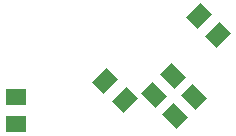
<source format=gbr>
%TF.GenerationSoftware,Altium Limited,Altium Designer,21.8.1 (53)*%
G04 Layer_Color=128*
%FSLAX45Y45*%
%MOMM*%
%TF.SameCoordinates,385564F4-8892-4696-B1AD-25C4AC7C7797*%
%TF.FilePolarity,Positive*%
%TF.FileFunction,Paste,Bot*%
%TF.Part,Single*%
G01*
G75*
%TA.AperFunction,SMDPad,CuDef*%
%ADD27R,1.70000X1.40000*%
G04:AMPARAMS|DCode=28|XSize=1.4mm|YSize=1.7mm|CornerRadius=0mm|HoleSize=0mm|Usage=FLASHONLY|Rotation=135.000|XOffset=0mm|YOffset=0mm|HoleType=Round|Shape=Rectangle|*
%AMROTATEDRECTD28*
4,1,4,1.09602,0.10607,-0.10607,-1.09602,-1.09602,-0.10607,0.10607,1.09602,1.09602,0.10607,0.0*
%
%ADD28ROTATEDRECTD28*%

G04:AMPARAMS|DCode=30|XSize=1.4mm|YSize=1.7mm|CornerRadius=0mm|HoleSize=0mm|Usage=FLASHONLY|Rotation=225.000|XOffset=0mm|YOffset=0mm|HoleType=Round|Shape=Rectangle|*
%AMROTATEDRECTD30*
4,1,4,-0.10607,1.09602,1.09602,-0.10607,0.10607,-1.09602,-1.09602,0.10607,-0.10607,1.09602,0.0*
%
%ADD30ROTATEDRECTD30*%

D27*
X4218940Y4345940D02*
D03*
Y4117340D02*
D03*
D28*
X5930442Y4877258D02*
D03*
X5768798Y5038902D02*
D03*
X4978858Y4482642D02*
D03*
X5140502Y4320998D02*
D03*
D30*
X5387798Y4366718D02*
D03*
X5549442Y4528362D02*
D03*
X5565598Y4188918D02*
D03*
X5727242Y4350562D02*
D03*
%TF.MD5,1125f344f4eddcc41c576234327be203*%
M02*

</source>
